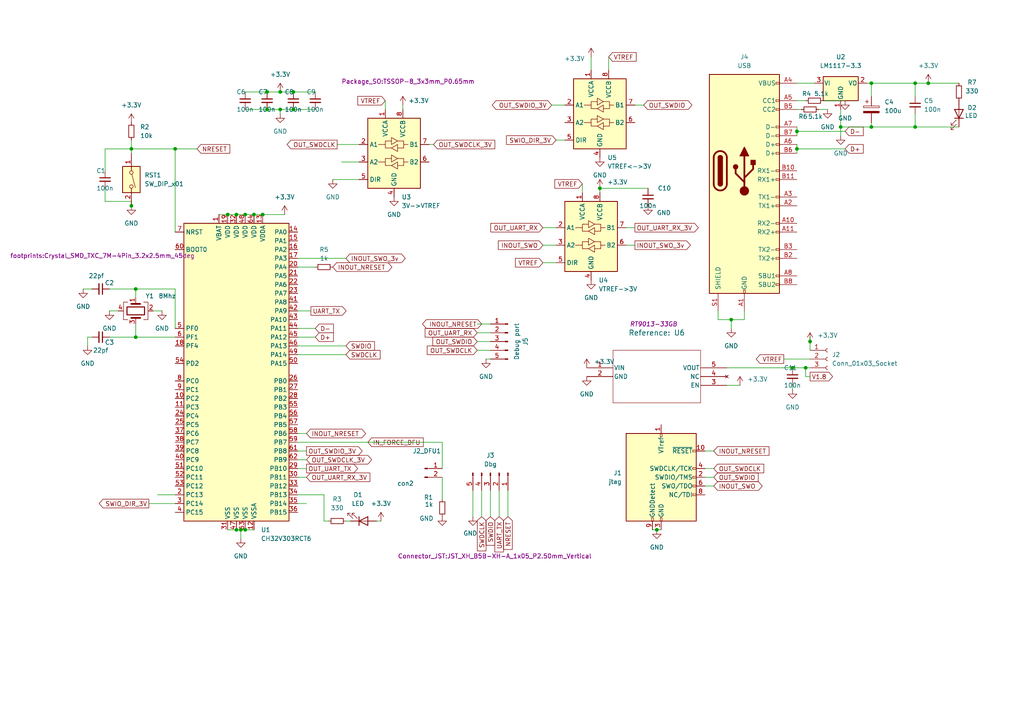
<source format=kicad_sch>
(kicad_sch (version 20231120) (generator "eeschema") (generator_version "8.0")
  (paper "A4")
  (title_block (title "Swindle CH32V303") (rev "G"))
  (lib_symbols
    (symbol "2024-10-20_09-04-45:RT9013-33GB" (pin_names (offset 0.254))
      (property "Reference" "U" (at 20.32 10.16 0))
      (property "Value" "RT9013-33GB" (at 20.32 7.62 0))
      (symbol "RT9013-33GB_0_1"
        (polyline (pts (xy 7.62 -10.16) (xy 33.02 -10.16)) (stroke (width 0.127)))
        (polyline (pts (xy 7.62 5.08) (xy 7.62 -10.16)) (stroke (width 0.127)))
        (polyline (pts (xy 33.02 -10.16) (xy 33.02 5.08)) (stroke (width 0.127)))
        (polyline (pts (xy 33.02 5.08) (xy 7.62 5.08)) (stroke (width 0.127)))
        (pin input line (at 0 0 0) (length 7.62) (name "VIN") (number "1"))
        (pin power_out line (at 0 -2.54 0) (length 7.62) (name "GND") (number "2"))
        (pin unspecified line (at 40.64 -5.08 180) (length 7.62) (name "EN") (number "3"))
        (pin no_connect line (at 40.64 -2.54 180) (length 7.62) (name "NC") (number "4"))
        (pin output line (at 40.64 0 180) (length 7.62) (name "VOUT") (number "5"))
      )
    )
    (symbol "Connector:Conn_01x02_Pin" (pin_names (offset 1.016) hide)
      (property "Reference" "J" (at 0 2.54 0))
      (property "Value" "Conn_01x02_Pin" (at 0 -5.08 0))
      (symbol "Conn_01x02_Pin_1_1"
        (polyline (pts (xy 1.27 -2.54) (xy 0.8636 -2.54)) (stroke (width 0.1524)))
        (polyline (pts (xy 1.27 0) (xy 0.8636 0)) (stroke (width 0.1524)))
        (rectangle (start 0.8636 -2.413) (end 0 -2.667) (stroke (width 0.1524)) (fill (type outline)))
        (rectangle (start 0.8636 0.127) (end 0 -0.127) (stroke (width 0.1524)) (fill (type outline)))
        (pin passive line (at 5.08 0 180) (length 3.81) (name "Pin_1") (number "1"))
        (pin passive line (at 5.08 -2.54 180) (length 3.81) (name "Pin_2") (number "2"))
      )
    )
    (symbol "Connector:Conn_01x03_Socket" (pin_names (offset 1.016) hide)
      (property "Reference" "J" (at 0 5.08 0))
      (property "Value" "Conn_01x03_Socket" (at 0 -5.08 0))
      (symbol "Conn_01x03_Socket_1_1"
        (arc (start 0 -2.032) (mid -0.5058 -2.54) (end 0 -3.048) (stroke (width 0.1524)))
        (polyline (pts (xy -1.27 -2.54) (xy -0.508 -2.54)) (stroke (width 0.1524)))
        (polyline (pts (xy -1.27 0) (xy -0.508 0)) (stroke (width 0.1524)))
        (polyline (pts (xy -1.27 2.54) (xy -0.508 2.54)) (stroke (width 0.1524)))
        (arc (start 0 0.508) (mid -0.5058 0) (end 0 -0.508) (stroke (width 0.1524)))
        (arc (start 0 3.048) (mid -0.5058 2.54) (end 0 2.032) (stroke (width 0.1524)))
        (pin passive line (at -5.08 2.54 0) (length 3.81) (name "Pin_1") (number "1"))
        (pin passive line (at -5.08 0 0) (length 3.81) (name "Pin_2") (number "2"))
        (pin passive line (at -5.08 -2.54 0) (length 3.81) (name "Pin_3") (number "3"))
      )
    )
    (symbol "Connector:Conn_01x05_Male" (pin_names (offset 1.016) hide)
      (property "Reference" "J" (at 0 7.62 0))
      (property "Value" "Conn_01x05_Male" (at 0 -7.62 0))
      (symbol "Conn_01x05_Male_1_1"
        (polyline (pts (xy 1.27 -5.08) (xy 0.8636 -5.08)) (stroke (width 0.1524)))
        (polyline (pts (xy 1.27 -2.54) (xy 0.8636 -2.54)) (stroke (width 0.1524)))
        (polyline (pts (xy 1.27 0) (xy 0.8636 0)) (stroke (width 0.1524)))
        (polyline (pts (xy 1.27 2.54) (xy 0.8636 2.54)) (stroke (width 0.1524)))
        (polyline (pts (xy 1.27 5.08) (xy 0.8636 5.08)) (stroke (width 0.1524)))
        (rectangle (start 0.8636 -4.953) (end 0 -5.207) (stroke (width 0.1524)) (fill (type outline)))
        (rectangle (start 0.8636 -2.413) (end 0 -2.667) (stroke (width 0.1524)) (fill (type outline)))
        (rectangle (start 0.8636 0.127) (end 0 -0.127) (stroke (width 0.1524)) (fill (type outline)))
        (rectangle (start 0.8636 2.667) (end 0 2.413) (stroke (width 0.1524)) (fill (type outline)))
        (rectangle (start 0.8636 5.207) (end 0 4.953) (stroke (width 0.1524)) (fill (type outline)))
        (pin passive line (at 5.08 5.08 180) (length 3.81) (name "Pin_1") (number "1"))
        (pin passive line (at 5.08 2.54 180) (length 3.81) (name "Pin_2") (number "2"))
        (pin passive line (at 5.08 0 180) (length 3.81) (name "Pin_3") (number "3"))
        (pin passive line (at 5.08 -2.54 180) (length 3.81) (name "Pin_4") (number "4"))
        (pin passive line (at 5.08 -5.08 180) (length 3.81) (name "Pin_5") (number "5"))
      )
    )
    (symbol "Connector:Conn_ARM_JTAG_SWD_10" (pin_names (offset 1.016))
      (property "Reference" "J" (at -2.54 16.51 0))
      (property "Value" "Conn_ARM_JTAG_SWD_10" (at -2.54 13.97 0))
      (symbol "Conn_ARM_JTAG_SWD_10_0_1"
        (rectangle (start -10.16 12.7) (end 10.16 -12.7) (stroke (width 0.254)) (fill (type background)))
        (rectangle (start -2.794 -12.7) (end -2.286 -11.684))
        (rectangle (start -0.254 -12.7) (end 0.254 -11.684))
        (rectangle (start -0.254 12.7) (end 0.254 11.684))
        (rectangle (start 9.144 2.286) (end 10.16 2.794))
        (rectangle (start 10.16 -2.794) (end 9.144 -2.286))
        (rectangle (start 10.16 -0.254) (end 9.144 0.254))
        (rectangle (start 10.16 7.874) (end 9.144 7.366))
      )
      (symbol "Conn_ARM_JTAG_SWD_10_1_1"
        (rectangle (start 9.144 -5.334) (end 10.16 -4.826))
        (pin power_in line (at 0 15.24 270) (length 2.54) (name "VTref") (number "1"))
        (pin open_collector line (at 12.7 7.62 180) (length 2.54) (name "~{RESET}") (number "10"))
        (pin bidirectional line (at 12.7 0 180) (length 2.54) (name "SWDIO/TMS") (number "2"))
        (pin power_in line (at 0 -15.24 90) (length 2.54) (name "GND") (number "3"))
        (pin output line (at 12.7 2.54 180) (length 2.54) (name "SWDCLK/TCK") (number "4"))
        (pin passive line (at 0 -15.24 90) (length 2.54) hide (name "GND") (number "5"))
        (pin input line (at 12.7 -2.54 180) (length 2.54) (name "SWO/TDO") (number "6"))
        (pin no_connect line (at -10.16 0 0) (length 2.54) hide (name "KEY") (number "7"))
        (pin output line (at 12.7 -5.08 180) (length 2.54) (name "NC/TDI") (number "8"))
        (pin passive line (at -2.54 -15.24 90) (length 2.54) (name "GNDDetect") (number "9"))
      )
    )
    (symbol "Connector:USB_C_Receptacle" (pin_names (offset 1.016))
      (property "Reference" "J" (at -10.16 29.21 0))
      (property "Value" "USB_C_Receptacle" (at 10.16 29.21 0))
      (symbol "USB_C_Receptacle_0_0"
        (rectangle (start -0.254 -35.56) (end 0.254 -34.544))
        (rectangle (start 10.16 -32.766) (end 9.144 -33.274))
        (rectangle (start 10.16 -30.226) (end 9.144 -30.734))
        (rectangle (start 10.16 -25.146) (end 9.144 -25.654))
        (rectangle (start 10.16 -22.606) (end 9.144 -23.114))
        (rectangle (start 10.16 -17.526) (end 9.144 -18.034))
        (rectangle (start 10.16 -14.986) (end 9.144 -15.494))
        (rectangle (start 10.16 -9.906) (end 9.144 -10.414))
        (rectangle (start 10.16 -7.366) (end 9.144 -7.874))
        (rectangle (start 10.16 -2.286) (end 9.144 -2.794))
        (rectangle (start 10.16 0.254) (end 9.144 -0.254))
        (rectangle (start 10.16 5.334) (end 9.144 4.826))
        (rectangle (start 10.16 7.874) (end 9.144 7.366))
        (rectangle (start 10.16 10.414) (end 9.144 9.906))
        (rectangle (start 10.16 12.954) (end 9.144 12.446))
        (rectangle (start 10.16 18.034) (end 9.144 17.526))
        (rectangle (start 10.16 20.574) (end 9.144 20.066))
        (rectangle (start 10.16 25.654) (end 9.144 25.146))
      )
      (symbol "USB_C_Receptacle_0_1"
        (rectangle (start -10.16 27.94) (end 10.16 -35.56) (stroke (width 0.254)) (fill (type background)))
        (arc (start -8.89 -3.81) (mid -6.985 -5.7067) (end -5.08 -3.81) (stroke (width 0.508)))
        (arc (start -7.62 -3.81) (mid -6.985 -4.4423) (end -6.35 -3.81) (stroke (width 0.254)))
        (arc (start -7.62 -3.81) (mid -6.985 -4.4423) (end -6.35 -3.81) (stroke (width 0.254)) (fill (type outline)))
        (rectangle (start -7.62 -3.81) (end -6.35 3.81) (stroke (width 0.254)) (fill (type outline)))
        (arc (start -6.35 3.81) (mid -6.985 4.4423) (end -7.62 3.81) (stroke (width 0.254)))
        (arc (start -6.35 3.81) (mid -6.985 4.4423) (end -7.62 3.81) (stroke (width 0.254)) (fill (type outline)))
        (arc (start -5.08 3.81) (mid -6.985 5.7067) (end -8.89 3.81) (stroke (width 0.508)))
        (polyline (pts (xy -8.89 -3.81) (xy -8.89 3.81)) (stroke (width 0.508)))
        (polyline (pts (xy -5.08 3.81) (xy -5.08 -3.81)) (stroke (width 0.508)))
      )
      (symbol "USB_C_Receptacle_1_1"
        (circle (center -2.54 1.143) (radius 0.635) (stroke (width 0.254)) (fill (type outline)))
        (circle (center 0 -5.842) (radius 1.27) (fill (type outline)))
        (polyline (pts (xy 0 -5.842) (xy 0 4.318)) (stroke (width 0.508)))
        (polyline (pts (xy 0 -3.302) (xy -2.54 -0.762) (xy -2.54 0.508)) (stroke (width 0.508)))
        (polyline (pts (xy 0 -2.032) (xy 2.54 0.508) (xy 2.54 1.778)) (stroke (width 0.508)))
        (polyline (pts (xy -1.27 4.318) (xy 0 6.858) (xy 1.27 4.318) (xy -1.27 4.318)) (stroke (width 0.254)) (fill (type outline)))
        (rectangle (start 1.905 1.778) (end 3.175 3.048) (stroke (width 0.254)) (fill (type outline)))
        (pin passive line (at 0 -40.64 90) (length 5.08) (name "GND") (number "A1"))
        (pin bidirectional line (at 15.24 -15.24 180) (length 5.08) (name "RX2-") (number "A10"))
        (pin bidirectional line (at 15.24 -17.78 180) (length 5.08) (name "RX2+") (number "A11"))
        (pin passive line (at 0 -40.64 90) (length 5.08) hide (name "GND") (number "A12"))
        (pin bidirectional line (at 15.24 -10.16 180) (length 5.08) (name "TX1+") (number "A2"))
        (pin bidirectional line (at 15.24 -7.62 180) (length 5.08) (name "TX1-") (number "A3"))
        (pin passive line (at 15.24 25.4 180) (length 5.08) (name "VBUS") (number "A4"))
        (pin bidirectional line (at 15.24 20.32 180) (length 5.08) (name "CC1") (number "A5"))
        (pin bidirectional line (at 15.24 7.62 180) (length 5.08) (name "D+") (number "A6"))
        (pin bidirectional line (at 15.24 12.7 180) (length 5.08) (name "D-") (number "A7"))
        (pin bidirectional line (at 15.24 -30.48 180) (length 5.08) (name "SBU1") (number "A8"))
        (pin passive line (at 15.24 25.4 180) (length 5.08) hide (name "VBUS") (number "A9"))
        (pin passive line (at 0 -40.64 90) (length 5.08) hide (name "GND") (number "B1"))
        (pin bidirectional line (at 15.24 0 180) (length 5.08) (name "RX1-") (number "B10"))
        (pin bidirectional line (at 15.24 -2.54 180) (length 5.08) (name "RX1+") (number "B11"))
        (pin passive line (at 0 -40.64 90) (length 5.08) hide (name "GND") (number "B12"))
        (pin bidirectional line (at 15.24 -25.4 180) (length 5.08) (name "TX2+") (number "B2"))
        (pin bidirectional line (at 15.24 -22.86 180) (length 5.08) (name "TX2-") (number "B3"))
        (pin passive line (at 15.24 25.4 180) (length 5.08) hide (name "VBUS") (number "B4"))
        (pin bidirectional line (at 15.24 17.78 180) (length 5.08) (name "CC2") (number "B5"))
        (pin bidirectional line (at 15.24 5.08 180) (length 5.08) (name "D+") (number "B6"))
        (pin bidirectional line (at 15.24 10.16 180) (length 5.08) (name "D-") (number "B7"))
        (pin bidirectional line (at 15.24 -33.02 180) (length 5.08) (name "SBU2") (number "B8"))
        (pin passive line (at 15.24 25.4 180) (length 5.08) hide (name "VBUS") (number "B9"))
        (pin passive line (at -7.62 -40.64 90) (length 5.08) (name "SHIELD") (number "S1"))
      )
    )
    (symbol "Device:C_Polarized" (pin_numbers hide) (pin_names (offset 0.254))
      (property "Reference" "C" (at 0.635 2.54 0))
      (property "Value" "C_Polarized" (at 0.635 -2.54 0))
      (symbol "C_Polarized_0_1"
        (rectangle (start -2.286 0.508) (end 2.286 1.016))
        (polyline (pts (xy -1.778 2.286) (xy -0.762 2.286)))
        (polyline (pts (xy -1.27 2.794) (xy -1.27 1.778)))
        (rectangle (start 2.286 -0.508) (end -2.286 -1.016) (fill (type outline)))
      )
      (symbol "C_Polarized_1_1"
        (pin passive line (at 0 3.81 270) (length 2.794) (name "~") (number "1"))
        (pin passive line (at 0 -3.81 90) (length 2.794) (name "~") (number "2"))
      )
    )
    (symbol "Device:C_Small" (pin_numbers hide) (pin_names (offset 0.254) hide)
      (property "Reference" "C" (at 0.254 1.778 0))
      (property "Value" "C_Small" (at 0.254 -2.032 0))
      (symbol "C_Small_0_1"
        (polyline (pts (xy -1.524 -0.508) (xy 1.524 -0.508)) (stroke (width 0.3302)))
        (polyline (pts (xy -1.524 0.508) (xy 1.524 0.508)) (stroke (width 0.3048)))
      )
      (symbol "C_Small_1_1"
        (pin passive line (at 0 2.54 270) (length 2.032) (name "~") (number "1"))
        (pin passive line (at 0 -2.54 90) (length 2.032) (name "~") (number "2"))
      )
    )
    (symbol "Device:Crystal_GND24" (pin_names (offset 1.016) hide)
      (property "Reference" "Y" (at 3.175 5.08 0))
      (property "Value" "Crystal_GND24" (at 3.175 3.175 0))
      (symbol "Crystal_GND24_0_1"
        (rectangle (start -1.143 2.54) (end 1.143 -2.54) (stroke (width 0.3048)))
        (polyline (pts (xy -2.54 0) (xy -2.032 0)))
        (polyline (pts (xy -2.032 -1.27) (xy -2.032 1.27)) (stroke (width 0.508)))
        (polyline (pts (xy 0 -3.81) (xy 0 -3.556)))
        (polyline (pts (xy 0 3.556) (xy 0 3.81)))
        (polyline (pts (xy 2.032 -1.27) (xy 2.032 1.27)) (stroke (width 0.508)))
        (polyline (pts (xy 2.032 0) (xy 2.54 0)))
        (polyline (pts (xy -2.54 -2.286) (xy -2.54 -3.556) (xy 2.54 -3.556) (xy 2.54 -2.286)))
        (polyline (pts (xy -2.54 2.286) (xy -2.54 3.556) (xy 2.54 3.556) (xy 2.54 2.286)))
      )
      (symbol "Crystal_GND24_1_1"
        (pin passive line (at -3.81 0 0) (length 1.27) (name "1") (number "1"))
        (pin passive line (at 0 5.08 270) (length 1.27) (name "2") (number "2"))
        (pin passive line (at 3.81 0 180) (length 1.27) (name "3") (number "3"))
        (pin passive line (at 0 -5.08 90) (length 1.27) (name "4") (number "4"))
      )
    )
    (symbol "Device:LED" (pin_numbers hide) (pin_names (offset 1.016) hide)
      (property "Reference" "D" (at 0 2.54 0))
      (property "Value" "LED" (at 0 -2.54 0))
      (symbol "LED_0_1"
        (polyline (pts (xy -1.27 -1.27) (xy -1.27 1.27)) (stroke (width 0.254)))
        (polyline (pts (xy -1.27 0) (xy 1.27 0)))
        (polyline (pts (xy 1.27 -1.27) (xy 1.27 1.27) (xy -1.27 0) (xy 1.27 -1.27)) (stroke (width 0.254)))
        (polyline (pts (xy -3.048 -0.762) (xy -4.572 -2.286) (xy -3.81 -2.286) (xy -4.572 -2.286) (xy -4.572 -1.524)))
        (polyline (pts (xy -1.778 -0.762) (xy -3.302 -2.286) (xy -2.54 -2.286) (xy -3.302 -2.286) (xy -3.302 -1.524)))
      )
      (symbol "LED_1_1"
        (pin passive line (at -3.81 0 0) (length 2.54) (name "K") (number "1"))
        (pin passive line (at 3.81 0 180) (length 2.54) (name "A") (number "2"))
      )
    )
    (symbol "Device:R_Small" (pin_numbers hide) (pin_names (offset 0.254) hide)
      (property "Reference" "R" (at 0.762 0.508 0))
      (property "Value" "R_Small" (at 0.762 -1.016 0))
      (symbol "R_Small_0_1"
        (rectangle (start -0.762 1.778) (end 0.762 -1.778) (stroke (width 0.2032)))
      )
      (symbol "R_Small_1_1"
        (pin passive line (at 0 2.54 270) (length 0.762) (name "~") (number "1"))
        (pin passive line (at 0 -2.54 90) (length 0.762) (name "~") (number "2"))
      )
    )
    (symbol "Logic_LevelTranslator:SN74LVC2T45DCUR"
      (property "Reference" "U" (at -6.35 11.43 0))
      (property "Value" "SN74LVC2T45DCUR" (at 3.81 11.43 0))
      (symbol "SN74LVC2T45DCUR_0_1"
        (rectangle (start -7.62 10.16) (end 7.62 -10.16) (stroke (width 0.254)) (fill (type background)))
        (polyline (pts (xy -2.54 2.54) (xy -2.54 3.556) (xy -0.762 3.556)))
        (polyline (pts (xy 2.794 2.54) (xy 2.794 1.524) (xy 1.016 1.524)))
        (polyline (pts (xy -0.762 1.524) (xy -2.54 1.524) (xy -2.54 2.54) (xy -4.572 2.54)))
        (polyline (pts (xy -0.762 2.54) (xy -0.762 4.572) (xy 1.016 3.556) (xy -0.762 2.54)))
        (polyline (pts (xy 1.016 3.556) (xy 2.794 3.556) (xy 2.794 2.54) (xy 4.064 2.54)))
        (polyline (pts (xy 1.016 2.54) (xy 1.016 0.762) (xy 1.016 0.508) (xy -0.762 1.524) (xy 1.016 2.54)))
      )
      (symbol "SN74LVC2T45DCUR_1_1"
        (polyline (pts (xy -2.54 -2.54) (xy -2.54 -1.524) (xy -0.762 -1.524)))
        (polyline (pts (xy 2.794 -2.54) (xy 2.794 -3.556) (xy 1.016 -3.556)))
        (polyline (pts (xy -0.762 -3.556) (xy -2.54 -3.556) (xy -2.54 -2.54) (xy -4.572 -2.54)))
        (polyline (pts (xy -0.762 -2.54) (xy -0.762 -0.508) (xy 1.016 -1.524) (xy -0.762 -2.54)))
        (polyline (pts (xy 1.016 -1.524) (xy 2.794 -1.524) (xy 2.794 -2.54) (xy 4.064 -2.54)))
        (polyline (pts (xy 1.016 -2.54) (xy 1.016 -4.318) (xy 1.016 -4.572) (xy -0.762 -3.556) (xy 1.016 -2.54)))
        (pin power_in line (at -2.54 12.7 270) (length 2.54) (name "VCCA") (number "1"))
        (pin bidirectional line (at -10.16 2.54 0) (length 2.54) (name "A1") (number "2"))
        (pin bidirectional line (at -10.16 -2.54 0) (length 2.54) (name "A2") (number "3"))
        (pin power_in line (at 0 -12.7 90) (length 2.54) (name "GND") (number "4"))
        (pin input line (at -10.16 -7.62 0) (length 2.54) (name "DIR") (number "5"))
        (pin bidirectional line (at 10.16 -2.54 180) (length 2.54) (name "B2") (number "6"))
        (pin bidirectional line (at 10.16 2.54 180) (length 2.54) (name "B1") (number "7"))
        (pin power_in line (at 2.54 12.7 270) (length 2.54) (name "VCCB") (number "8"))
      )
    )
    (symbol "MCU_ST_STM32F3:STM32F303RCTx"
      (property "Reference" "U" (at -15.24 44.45 0))
      (property "Value" "STM32F303RCTx" (at 10.16 44.45 0))
      (symbol "STM32F303RCTx_0_1"
        (rectangle (start -15.24 -43.18) (end 15.24 43.18) (stroke (width 0.254)) (fill (type background)))
      )
      (symbol "STM32F303RCTx_1_1"
        (pin power_in line (at -5.08 45.72 270) (length 2.54) (name "VBAT") (number "1"))
        (pin bidirectional line (at -17.78 -7.62 0) (length 2.54) (name "PC2") (number "10"))
        (pin bidirectional line (at -17.78 -10.16 0) (length 2.54) (name "PC3") (number "11"))
        (pin power_in line (at 5.08 -45.72 90) (length 2.54) (name "VSSA") (number "12"))
        (pin power_in line (at 7.62 45.72 270) (length 2.54) (name "VDDA") (number "13"))
        (pin bidirectional line (at 17.78 40.64 180) (length 2.54) (name "PA0") (number "14"))
        (pin bidirectional line (at 17.78 38.1 180) (length 2.54) (name "PA1") (number "15"))
        (pin bidirectional line (at 17.78 35.56 180) (length 2.54) (name "PA2") (number "16"))
        (pin bidirectional line (at 17.78 33.02 180) (length 2.54) (name "PA3") (number "17"))
        (pin bidirectional line (at -17.78 7.62 0) (length 2.54) (name "PF4") (number "18"))
        (pin power_in line (at -2.54 45.72 270) (length 2.54) (name "VDD") (number "19"))
        (pin bidirectional line (at -17.78 -35.56 0) (length 2.54) (name "PC13") (number "2"))
        (pin bidirectional line (at 17.78 30.48 180) (length 2.54) (name "PA4") (number "20"))
        (pin bidirectional line (at 17.78 27.94 180) (length 2.54) (name "PA5") (number "21"))
        (pin bidirectional line (at 17.78 25.4 180) (length 2.54) (name "PA6") (number "22"))
        (pin bidirectional line (at 17.78 22.86 180) (length 2.54) (name "PA7") (number "23"))
        (pin bidirectional line (at -17.78 -12.7 0) (length 2.54) (name "PC4") (number "24"))
        (pin bidirectional line (at -17.78 -15.24 0) (length 2.54) (name "PC5") (number "25"))
        (pin bidirectional line (at 17.78 -2.54 180) (length 2.54) (name "PB0") (number "26"))
        (pin bidirectional line (at 17.78 -5.08 180) (length 2.54) (name "PB1") (number "27"))
        (pin bidirectional line (at 17.78 -7.62 180) (length 2.54) (name "PB2") (number "28"))
        (pin bidirectional line (at 17.78 -27.94 180) (length 2.54) (name "PB10") (number "29"))
        (pin bidirectional line (at -17.78 -38.1 0) (length 2.54) (name "PC14") (number "3"))
        (pin bidirectional line (at 17.78 -30.48 180) (length 2.54) (name "PB11") (number "30"))
        (pin power_in line (at -2.54 -45.72 90) (length 2.54) (name "VSS") (number "31"))
        (pin power_in line (at 0 45.72 270) (length 2.54) (name "VDD") (number "32"))
        (pin bidirectional line (at 17.78 -33.02 180) (length 2.54) (name "PB12") (number "33"))
        (pin bidirectional line (at 17.78 -35.56 180) (length 2.54) (name "PB13") (number "34"))
        (pin bidirectional line (at 17.78 -38.1 180) (length 2.54) (name "PB14") (number "35"))
        (pin bidirectional line (at 17.78 -40.64 180) (length 2.54) (name "PB15") (number "36"))
        (pin bidirectional line (at -17.78 -17.78 0) (length 2.54) (name "PC6") (number "37"))
        (pin bidirectional line (at -17.78 -20.32 0) (length 2.54) (name "PC7") (number "38"))
        (pin bidirectional line (at -17.78 -22.86 0) (length 2.54) (name "PC8") (number "39"))
        (pin bidirectional line (at -17.78 -40.64 0) (length 2.54) (name "PC15") (number "4"))
        (pin bidirectional line (at -17.78 -25.4 0) (length 2.54) (name "PC9") (number "40"))
        (pin bidirectional line (at 17.78 20.32 180) (length 2.54) (name "PA8") (number "41"))
        (pin bidirectional line (at 17.78 17.78 180) (length 2.54) (name "PA9") (number "42"))
        (pin bidirectional line (at 17.78 15.24 180) (length 2.54) (name "PA10") (number "43"))
        (pin bidirectional line (at 17.78 12.7 180) (length 2.54) (name "PA11") (number "44"))
        (pin bidirectional line (at 17.78 10.16 180) (length 2.54) (name "PA12") (number "45"))
        (pin bidirectional line (at 17.78 7.62 180) (length 2.54) (name "PA13") (number "46"))
        (pin power_in line (at 0 -45.72 90) (length 2.54) (name "VSS") (number "47"))
        (pin power_in line (at 2.54 45.72 270) (length 2.54) (name "VDD") (number "48"))
        (pin bidirectional line (at 17.78 5.08 180) (length 2.54) (name "PA14") (number "49"))
        (pin input line (at -17.78 12.7 0) (length 2.54) (name "PF0") (number "5"))
        (pin bidirectional line (at 17.78 2.54 180) (length 2.54) (name "PA15") (number "50"))
        (pin bidirectional line (at -17.78 -27.94 0) (length 2.54) (name "PC10") (number "51"))
        (pin bidirectional line (at -17.78 -30.48 0) (length 2.54) (name "PC11") (number "52"))
        (pin bidirectional line (at -17.78 -33.02 0) (length 2.54) (name "PC12") (number "53"))
        (pin bidirectional line (at -17.78 2.54 0) (length 2.54) (name "PD2") (number "54"))
        (pin bidirectional line (at 17.78 -10.16 180) (length 2.54) (name "PB3") (number "55"))
        (pin bidirectional line (at 17.78 -12.7 180) (length 2.54) (name "PB4") (number "56"))
        (pin bidirectional line (at 17.78 -15.24 180) (length 2.54) (name "PB5") (number "57"))
        (pin bidirectional line (at 17.78 -17.78 180) (length 2.54) (name "PB6") (number "58"))
        (pin bidirectional line (at 17.78 -20.32 180) (length 2.54) (name "PB7") (number "59"))
        (pin input line (at -17.78 10.16 0) (length 2.54) (name "PF1") (number "6"))
        (pin input line (at -17.78 35.56 0) (length 2.54) (name "BOOT0") (number "60"))
        (pin bidirectional line (at 17.78 -22.86 180) (length 2.54) (name "PB8") (number "61"))
        (pin bidirectional line (at 17.78 -25.4 180) (length 2.54) (name "PB9") (number "62"))
        (pin power_in line (at 2.54 -45.72 90) (length 2.54) (name "VSS") (number "63"))
        (pin power_in line (at 5.08 45.72 270) (length 2.54) (name "VDD") (number "64"))
        (pin input line (at -17.78 40.64 0) (length 2.54) (name "NRST") (number "7"))
        (pin bidirectional line (at -17.78 -2.54 0) (length 2.54) (name "PC0") (number "8"))
        (pin bidirectional line (at -17.78 -5.08 0) (length 2.54) (name "PC1") (number "9"))
      )
    )
    (symbol "Regulator_Linear:LM1117-3.3" (pin_names (offset 0.254))
      (property "Reference" "U" (at -3.81 3.175 0))
      (property "Value" "LM1117-3.3" (at 0 3.175 0))
      (symbol "LM1117-3.3_0_1"
        (rectangle (start -5.08 -5.08) (end 5.08 1.905) (stroke (width 0.254)) (fill (type background)))
      )
      (symbol "LM1117-3.3_1_1"
        (pin power_in line (at 0 -7.62 90) (length 2.54) (name "GND") (number "1"))
        (pin power_out line (at 7.62 0 180) (length 2.54) (name "VO") (number "2"))
        (pin power_in line (at -7.62 0 0) (length 2.54) (name "VI") (number "3"))
      )
    )
    (symbol "Switch:SW_DIP_x01" (pin_names (offset 0) hide)
      (property "Reference" "SW" (at 0 3.81 0))
      (property "Value" "SW_DIP_x01" (at 0 -3.81 0))
      (symbol "SW_DIP_x01_0_0"
        (circle (center -2.032 0) (radius 0.508))
        (polyline (pts (xy -1.524 0.127) (xy 2.3622 1.1684)))
        (circle (center 2.032 0) (radius 0.508))
      )
      (symbol "SW_DIP_x01_0_1"
        (rectangle (start -3.81 2.54) (end 3.81 -2.54) (stroke (width 0.254)) (fill (type background)))
      )
      (symbol "SW_DIP_x01_1_1"
        (pin passive line (at -7.62 0 0) (length 5.08) (name "~") (number "1"))
        (pin passive line (at 7.62 0 180) (length 5.08) (name "~") (number "2"))
      )
    )
    (symbol "power:+3.3V" (power) (pin_names (offset 0))
      (property "Value" "+3.3V" (at 0 3.556 0))
      (symbol "+3.3V_0_1"
        (polyline (pts (xy -0.762 1.27) (xy 0 2.54)))
        (polyline (pts (xy 0 0) (xy 0 2.54)))
        (polyline (pts (xy 0 2.54) (xy 0.762 1.27)))
      )
      (symbol "+3.3V_1_1"
        (pin power_in line (at 0 0 90) (length 0) hide (name "+3.3V") (number "1"))
      )
    )
    (symbol "power:GND" (power) (pin_names (offset 0))
      (property "Value" "GND" (at 0 -3.81 0))
      (symbol "GND_0_1"
        (polyline (pts (xy 0 0) (xy 0 -1.27) (xy 1.27 -1.27) (xy 0 -2.54) (xy -1.27 -1.27) (xy 0 -1.27)))
      )
      (symbol "GND_1_1"
        (pin power_in line (at 0 0 270) (length 0) hide (name "GND") (number "1"))
      )
    )
  )
  (junction (at 77.47 31.75))
  (junction (at 85.09 26.67))
  (junction (at 50.8 43.18))
  (junction (at 68.58 153.67))
  (junction (at 71.12 153.67))
  (junction (at 173.99 54.61))
  (junction (at 73.66 62.23))
  (junction (at 77.47 26.67))
  (junction (at 38.1 43.18))
  (junction (at 69.85 153.67))
  (junction (at 81.28 26.67))
  (junction (at 233.68 106.68))
  (junction (at 39.37 83.82))
  (junction (at 252.73 24.13))
  (junction (at 68.58 62.23))
  (junction (at 243.84 36.83))
  (junction (at 76.2 62.23))
  (junction (at 39.37 97.79))
  (junction (at 71.12 62.23))
  (junction (at 252.73 36.83))
  (junction (at 190.5 153.67))
  (junction (at 265.43 24.13))
  (junction (at 231.14 38.1))
  (junction (at 234.95 99.06))
  (junction (at 269.24 24.13))
  (junction (at 265.43 36.83))
  (junction (at 85.09 31.75))
  (junction (at 229.87 106.68))
  (junction (at 38.1 59.69))
  (junction (at 231.14 43.18))
  (junction (at 66.04 62.23))
  (junction (at 212.09 92.71))
  (junction (at 81.28 31.75))
  (wire (pts (xy 181.61 66.04) (xy 184.15 66.04)))
  (wire (pts (xy 233.68 109.22) (xy 233.68 106.68)))
  (wire (pts (xy 77.47 31.75) (xy 81.28 31.75)))
  (wire (pts (xy 66.04 153.67) (xy 68.58 153.67)))
  (wire (pts (xy 31.75 90.17) (xy 34.29 90.17)))
  (wire (pts (xy 38.1 40.64) (xy 38.1 43.18)))
  (wire (pts (xy 243.84 36.83) (xy 252.73 36.83)))
  (wire (pts (xy 231.14 38.1) (xy 245.11 38.1)))
  (wire (pts (xy 252.73 24.13) (xy 265.43 24.13)))
  (wire (pts (xy 38.1 43.18) (xy 50.8 43.18)))
  (wire (pts (xy 265.43 27.94) (xy 265.43 24.13)))
  (wire (pts (xy 231.14 24.13) (xy 236.22 24.13)))
  (wire (pts (xy 69.85 153.67) (xy 71.12 153.67)))
  (wire (pts (xy 265.43 24.13) (xy 269.24 24.13)))
  (wire (pts (xy 265.43 33.02) (xy 265.43 36.83)))
  (wire (pts (xy 142.24 142.24) (xy 142.24 149.86)))
  (wire (pts (xy 204.47 135.89) (xy 207.01 135.89)))
  (wire (pts (xy 38.1 58.42) (xy 38.1 59.69)))
  (wire (pts (xy 157.48 76.2) (xy 161.29 76.2)))
  (wire (pts (xy 144.78 142.24) (xy 144.78 149.86)))
  (wire (pts (xy 71.12 62.23) (xy 73.66 62.23)))
  (wire (pts (xy 86.36 74.93) (xy 100.33 74.93)))
  (wire (pts (xy 212.09 92.71) (xy 215.9 92.71)))
  (wire (pts (xy 184.15 30.48) (xy 186.69 30.48)))
  (wire (pts (xy 76.2 62.23) (xy 82.55 62.23)))
  (wire (pts (xy 31.75 83.82) (xy 39.37 83.82)))
  (wire (pts (xy 30.48 49.53) (xy 30.48 43.18)))
  (wire (pts (xy 30.48 54.61) (xy 30.48 58.42)))
  (wire (pts (xy 168.91 53.34) (xy 168.91 55.88)))
  (wire (pts (xy 231.14 36.83) (xy 231.14 38.1)))
  (wire (pts (xy 140.97 104.14) (xy 142.24 104.14)))
  (wire (pts (xy 39.37 83.82) (xy 50.8 83.82)))
  (wire (pts (xy 39.37 93.98) (xy 39.37 97.79)))
  (wire (pts (xy 138.43 93.98) (xy 142.24 93.98)))
  (wire (pts (xy 229.87 111.76) (xy 229.87 113.03)))
  (wire (pts (xy 86.36 95.25) (xy 91.44 95.25)))
  (wire (pts (xy 31.75 97.79) (xy 39.37 97.79)))
  (wire (pts (xy 238.76 29.21) (xy 245.11 29.21)))
  (wire (pts (xy 109.22 151.13) (xy 110.49 151.13)))
  (wire (pts (xy 215.9 90.17) (xy 215.9 92.71)))
  (wire (pts (xy 93.98 143.51) (xy 93.98 151.13)))
  (wire (pts (xy 63.5 62.23) (xy 66.04 62.23)))
  (wire (pts (xy 243.84 36.83) (xy 243.84 39.37)))
  (wire (pts (xy 81.28 31.75) (xy 85.09 31.75)))
  (wire (pts (xy 190.5 153.67) (xy 191.77 153.67)))
  (wire (pts (xy 208.28 92.71) (xy 212.09 92.71)))
  (wire (pts (xy 231.14 43.18) (xy 231.14 44.45)))
  (wire (pts (xy 96.52 52.07) (xy 104.14 52.07)))
  (wire (pts (xy 81.28 31.75) (xy 81.28 33.02)))
  (wire (pts (xy 68.58 153.67) (xy 69.85 153.67)))
  (wire (pts (xy 229.87 106.68) (xy 233.68 106.68)))
  (wire (pts (xy 50.8 43.18) (xy 57.15 43.18)))
  (wire (pts (xy 30.48 43.18) (xy 38.1 43.18)))
  (wire (pts (xy 204.47 138.43) (xy 207.01 138.43)))
  (wire (pts (xy 100.33 151.13) (xy 101.6 151.13)))
  (wire (pts (xy 111.76 29.21) (xy 111.76 31.75)))
  (wire (pts (xy 44.45 90.17) (xy 46.99 90.17)))
  (wire (pts (xy 234.95 99.06) (xy 234.95 101.6)))
  (wire (pts (xy 86.36 125.73) (xy 88.9 125.73)))
  (wire (pts (xy 231.14 29.21) (xy 233.68 29.21)))
  (wire (pts (xy 86.36 100.33) (xy 100.33 100.33)))
  (wire (pts (xy 231.14 38.1) (xy 231.14 39.37)))
  (wire (pts (xy 243.84 31.75) (xy 243.84 36.83)))
  (wire (pts (xy 38.1 43.18) (xy 38.1 44.45)))
  (wire (pts (xy 227.33 104.14) (xy 234.95 104.14)))
  (wire (pts (xy 86.36 77.47) (xy 91.44 77.47)))
  (wire (pts (xy 128.27 128.27) (xy 128.27 135.89)))
  (wire (pts (xy 269.24 24.13) (xy 278.13 24.13)))
  (wire (pts (xy 81.28 26.67) (xy 85.09 26.67)))
  (wire (pts (xy 139.7 142.24) (xy 139.7 149.86)))
  (wire (pts (xy 30.48 58.42) (xy 38.1 58.42)))
  (wire (pts (xy 86.36 135.89) (xy 88.9 135.89)))
  (wire (pts (xy 204.47 130.81) (xy 207.01 130.81)))
  (wire (pts (xy 25.4 97.79) (xy 25.4 100.33)))
  (wire (pts (xy 234.95 109.22) (xy 233.68 109.22)))
  (wire (pts (xy 25.4 97.79) (xy 26.67 97.79)))
  (wire (pts (xy 212.09 92.71) (xy 212.09 95.25)))
  (wire (pts (xy 157.48 71.12) (xy 161.29 71.12)))
  (wire (pts (xy 181.61 71.12) (xy 184.15 71.12)))
  (wire (pts (xy 171.45 16.51) (xy 171.45 20.32)))
  (wire (pts (xy 86.36 138.43) (xy 88.9 138.43)))
  (wire (pts (xy 71.12 31.75) (xy 77.47 31.75)))
  (wire (pts (xy 176.53 16.51) (xy 176.53 20.32)))
  (wire (pts (xy 69.85 153.67) (xy 69.85 156.21)))
  (wire (pts (xy 231.14 43.18) (xy 245.11 43.18)))
  (wire (pts (xy 157.48 66.04) (xy 161.29 66.04)))
  (wire (pts (xy 73.66 62.23) (xy 76.2 62.23)))
  (wire (pts (xy 208.28 90.17) (xy 208.28 92.71)))
  (wire (pts (xy 138.43 96.52) (xy 142.24 96.52)))
  (wire (pts (xy 147.32 142.24) (xy 147.32 149.86)))
  (wire (pts (xy 68.58 62.23) (xy 71.12 62.23)))
  (wire (pts (xy 116.84 30.48) (xy 116.84 31.75)))
  (wire (pts (xy 97.79 41.91) (xy 104.14 41.91)))
  (wire (pts (xy 39.37 83.82) (xy 39.37 86.36)))
  (wire (pts (xy 86.36 143.51) (xy 93.98 143.51)))
  (wire (pts (xy 50.8 43.18) (xy 50.8 67.31)))
  (wire (pts (xy 265.43 36.83) (xy 278.13 36.83)))
  (wire (pts (xy 93.98 151.13) (xy 95.25 151.13)))
  (wire (pts (xy 138.43 101.6) (xy 142.24 101.6)))
  (wire (pts (xy 86.36 90.17) (xy 90.17 90.17)))
  (wire (pts (xy 233.68 106.68) (xy 234.95 106.68)))
  (wire (pts (xy 173.99 54.61) (xy 187.96 54.61)))
  (wire (pts (xy 231.14 41.91) (xy 231.14 43.18)))
  (wire (pts (xy 137.16 142.24) (xy 137.16 149.86)))
  (wire (pts (xy 86.36 97.79) (xy 91.44 97.79)))
  (wire (pts (xy 85.09 31.75) (xy 91.44 31.75)))
  (wire (pts (xy 71.12 153.67) (xy 73.66 153.67)))
  (wire (pts (xy 124.46 41.91) (xy 125.73 41.91)))
  (wire (pts (xy 210.82 111.76) (xy 214.63 111.76)))
  (wire (pts (xy 85.09 26.67) (xy 91.44 26.67)))
  (wire (pts (xy 45.72 143.51) (xy 50.8 143.51)))
  (wire (pts (xy 86.36 102.87) (xy 100.33 102.87)))
  (wire (pts (xy 173.99 54.61) (xy 173.99 55.88)))
  (wire (pts (xy 128.27 138.43) (xy 128.27 144.78)))
  (wire (pts (xy 86.36 128.27) (xy 128.27 128.27)))
  (wire (pts (xy 210.82 106.68) (xy 229.87 106.68)))
  (wire (pts (xy 161.29 40.64) (xy 163.83 40.64)))
  (wire (pts (xy 251.46 24.13) (xy 252.73 24.13)))
  (wire (pts (xy 77.47 26.67) (xy 81.28 26.67)))
  (wire (pts (xy 50.8 95.25) (xy 50.8 83.82)))
  (wire (pts (xy 86.36 133.35) (xy 88.9 133.35)))
  (wire (pts (xy 66.04 62.23) (xy 68.58 62.23)))
  (wire (pts (xy 39.37 97.79) (xy 50.8 97.79)))
  (wire (pts (xy 24.13 83.82) (xy 26.67 83.82)))
  (wire (pts (xy 43.18 146.05) (xy 50.8 146.05)))
  (wire (pts (xy 138.43 99.06) (xy 142.24 99.06)))
  (wire (pts (xy 252.73 36.83) (xy 265.43 36.83)))
  (wire (pts (xy 160.02 30.48) (xy 163.83 30.48)))
  (wire (pts (xy 234.95 97.79) (xy 234.95 99.06)))
  (wire (pts (xy 86.36 130.81) (xy 88.9 130.81)))
  (wire (pts (xy 71.12 26.67) (xy 77.47 26.67)))
  (wire (pts (xy 99.06 46.99) (xy 104.14 46.99)))
  (wire (pts (xy 189.23 153.67) (xy 190.5 153.67)))
  (wire (pts (xy 237.49 31.75) (xy 240.03 31.75)))
  (wire (pts (xy 204.47 140.97) (xy 207.01 140.97)))
  (wire (pts (xy 231.14 31.75) (xy 232.41 31.75)))
  (wire (pts (xy 252.73 27.94) (xy 252.73 24.13)))
  (wire (pts (xy 86.36 146.05) (xy 88.9 146.05)))
  (wire (pts (xy 252.73 35.56) (xy 252.73 36.83)))
  (global_label "SWIO_DIR_3V" (shape output) (at 43.18 146.05 180) (property "Intersheetrefs" "${INTERSHEET_REFS}" (effects (hide yes))))
  (global_label "SWDCLK" (shape input) (at 100.33 102.87 0) (property "Intersheetrefs" "${INTERSHEET_REFS}" (effects (hide yes))))
  (global_label "INOUT_SWO" (shape bidirectional) (at 207.01 140.97 0) (property "Intersheetrefs" "${INTERSHEET_REFS}" (effects (hide yes))))
  (global_label "VTREF" (shape input) (at 111.76 29.21 180) (property "Intersheetrefs" "${INTERSHEET_REFS}" (effects (hide yes))))
  (global_label "INOUT_SWO_3v" (shape output) (at 184.15 71.12 0) (property "Intersheetrefs" "${INTERSHEET_REFS}" (effects (hide yes))))
  (global_label "OUT_UART_RX_3V" (shape output) (at 184.15 66.04 0) (property "Intersheetrefs" "${INTERSHEET_REFS}" (effects (hide yes))))
  (global_label "V1.8" (shape output) (at 234.95 109.22 0) (property "Intersheetrefs" "${INTERSHEET_REFS}" (effects (hide yes))))
  (global_label "OUT_SWDIO" (shape input) (at 207.01 138.43 0) (property "Intersheetrefs" "${INTERSHEET_REFS}" (effects (hide yes))))
  (global_label "D-" (shape input) (at 91.44 95.25 0) (property "Intersheetrefs" "${INTERSHEET_REFS}" (effects (hide yes))))
  (global_label "OUT_SWDIO" (shape input) (at 138.43 99.06 180) (property "Intersheetrefs" "${INTERSHEET_REFS}" (effects (hide yes))))
  (global_label "INOUT_NRESET" (shape input) (at 207.01 130.81 0) (property "Intersheetrefs" "${INTERSHEET_REFS}" (effects (hide yes))))
  (global_label "OUT_UART_RX" (shape input) (at 138.43 96.52 180) (property "Intersheetrefs" "${INTERSHEET_REFS}" (effects (hide yes))))
  (global_label "INOUT_SWO_3v" (shape bidirectional) (at 100.33 74.93 0) (property "Intersheetrefs" "${INTERSHEET_REFS}" (effects (hide yes))))
  (global_label "OUT_UART_RX_3V" (shape input) (at 88.9 138.43 0) (property "Intersheetrefs" "${INTERSHEET_REFS}" (effects (hide yes))))
  (global_label "VTREF" (shape input) (at 157.48 76.2 180) (property "Intersheetrefs" "${INTERSHEET_REFS}" (effects (hide yes))))
  (global_label "OUT_UART_RX" (shape input) (at 157.48 66.04 180) (property "Intersheetrefs" "${INTERSHEET_REFS}" (effects (hide yes))))
  (global_label "OUT_UART_TX" (shape output) (at 88.9 135.89 0) (property "Intersheetrefs" "${INTERSHEET_REFS}" (effects (hide yes))))
  (global_label "UART_TX" (shape output) (at 90.17 90.17 0) (property "Intersheetrefs" "${INTERSHEET_REFS}" (effects (hide yes))))
  (global_label "OUT_SWDCLK_3V" (shape bidirectional) (at 88.9 133.35 0) (property "Intersheetrefs" "${INTERSHEET_REFS}" (effects (hide yes))))
  (global_label "OUT_SWDCLK" (shape input) (at 138.43 101.6 180) (property "Intersheetrefs" "${INTERSHEET_REFS}" (effects (hide yes))))
  (global_label "UART_TX" (shape input) (at 144.78 149.86 270) (property "Intersheetrefs" "${INTERSHEET_REFS}" (effects (hide yes))))
  (global_label "D+" (shape input) (at 91.44 97.79 0) (property "Intersheetrefs" "${INTERSHEET_REFS}" (effects (hide yes))))
  (global_label "SWDCLK" (shape input) (at 139.7 149.86 270) (property "Intersheetrefs" "${INTERSHEET_REFS}" (effects (hide yes))))
  (global_label "SWDIO" (shape input) (at 142.24 149.86 270) (property "Intersheetrefs" "${INTERSHEET_REFS}" (effects (hide yes))))
  (global_label "OUT_SWDCLK" (shape input) (at 207.01 135.89 0) (property "Intersheetrefs" "${INTERSHEET_REFS}" (effects (hide yes))))
  (global_label "INOUT_SWO" (shape input) (at 157.48 71.12 180) (property "Intersheetrefs" "${INTERSHEET_REFS}" (effects (hide yes))))
  (global_label "INOUT_NRESET" (shape bidirectional) (at 88.9 125.73 0) (property "Intersheetrefs" "${INTERSHEET_REFS}" (effects (hide yes))))
  (global_label "OUT_SWDIO_3V" (shape output) (at 88.9 130.81 0) (property "Intersheetrefs" "${INTERSHEET_REFS}" (effects (hide yes))))
  (global_label "SWIO_DIR_3V" (shape input) (at 161.29 40.64 180) (property "Intersheetrefs" "${INTERSHEET_REFS}" (effects (hide yes))))
  (global_label "IN_FORCE_DFU" (shape input) (at 106.68 128.27 0) (property "Intersheetrefs" "${INTERSHEET_REFS}" (effects (hide yes))))
  (global_label "SWDIO" (shape input) (at 100.33 100.33 0) (property "Intersheetrefs" "${INTERSHEET_REFS}" (effects (hide yes))))
  (global_label "D+" (shape input) (at 245.11 43.18 0) (property "Intersheetrefs" "${INTERSHEET_REFS}" (effects (hide yes))))
  (global_label "VTREF" (shape input) (at 176.53 16.51 0) (property "Intersheetrefs" "${INTERSHEET_REFS}" (effects (hide yes))))
  (global_label "INOUT_NRESET" (shape bidirectional) (at 139.7 93.98 180) (property "Intersheetrefs" "${INTERSHEET_REFS}" (effects (hide yes))))
  (global_label "D-" (shape input) (at 245.11 38.1 0) (property "Intersheetrefs" "${INTERSHEET_REFS}" (effects (hide yes))))
  (global_label "OUT_SWDCLK_3V" (shape input) (at 125.73 41.91 0) (property "Intersheetrefs" "${INTERSHEET_REFS}" (effects (hide yes))))
  (global_label "VTREF" (shape input) (at 168.91 53.34 180) (property "Intersheetrefs" "${INTERSHEET_REFS}" (effects (hide yes))))
  (global_label "NRESET" (shape input) (at 147.32 149.86 270) (property "Intersheetrefs" "${INTERSHEET_REFS}" (effects (hide yes))))
  (global_label "VTREF" (shape output) (at 227.33 104.14 180) (property "Intersheetrefs" "${INTERSHEET_REFS}" (effects (hide yes))))
  (global_label "OUT_SWDCLK" (shape output) (at 97.79 41.91 180) (property "Intersheetrefs" "${INTERSHEET_REFS}" (effects (hide yes))))
  (global_label "OUT_SWDIO" (shape bidirectional) (at 186.69 30.48 0) (property "Intersheetrefs" "${INTERSHEET_REFS}" (effects (hide yes))))
  (global_label "NRESET" (shape input) (at 57.15 43.18 0) (property "Intersheetrefs" "${INTERSHEET_REFS}" (effects (hide yes))))
  (global_label "INOUT_NRESET" (shape bidirectional) (at 96.52 77.47 0) (property "Intersheetrefs" "${INTERSHEET_REFS}" (effects (hide yes))))
  (global_label "OUT_SWDIO_3V" (shape bidirectional) (at 160.02 30.48 180) (property "Intersheetrefs" "${INTERSHEET_REFS}" (effects (hide yes))))
  (symbol (lib_id "Connector:Conn_01x05_Male") (at 147.32 99.06 0) (mirror y) (unit 1)
    (property "Reference" "J5" (at 152.4 99.06 90))
    (property "Value" "Debug port" (at 149.86 99.06 90))
    (property "Footprint" "Connector_JST:JST_XH_B5B-XH-A_1x05_P2.50mm_Vertical" (effects (hide yes)))
  )
  (symbol (lib_id "Device:C_Small") (at 85.09 29.21 0) (unit 1)
    (property "Reference" "C8" (at 82.55 26.67 0) (effects (justify left)))
    (property "Value" "100n" (at 82.55 31.75 0) (effects (justify left)))
    (property "Footprint" "Resistor_SMD:R_0603_1608Metric" (effects (hide yes)))
  )
  (symbol (lib_id "Device:C_Small") (at 29.21 97.79 270) (unit 1)
    (property "Reference" "C3" (at 31.75 99.314 90))
    (property "Value" "22pf" (at 29.21 101.6 90))
    (property "Footprint" "Resistor_SMD:R_0603_1608Metric" (effects (hide yes)))
  )
  (symbol (lib_id "power:GND") (at 212.09 95.25 0) (unit 1)
    (property "Reference" "#PWR013" (effects (hide yes)))
    (property "Value" "GND" (at 212.09 100.33 0))
  )
  (symbol (lib_id "Connector:Conn_01x03_Socket") (at 240.03 104.14 0) (unit 1)
    (property "Reference" "J2" (at 241.3 102.8699 0) (effects (justify left)))
    (property "Value" "Conn_01x03_Socket" (at 241.3 105.4099 0) (effects (justify left)))
    (property "Footprint" "Connector_PinHeader_1.27mm:PinHeader_1x03_P1.27mm_Vertical" (effects (hide yes)))
    (property "Description" "Generic connector, single row, 01x03, script generated" (effects (hide yes)))
  )
  (symbol (lib_id "Logic_LevelTranslator:SN74LVC2T45DCUR") (at 173.99 33.02 0) (unit 1)
    (property "Reference" "U5" (at 176.1841 45.72 0) (effects (justify left)))
    (property "Value" "VTREF<->3V" (at 176.1841 48.26 0) (effects (justify left)))
    (property "Footprint" "Package_SO:TSSOP-8_3x3mm_P0.65mm" (effects (hide yes)))
    (property "Datasheet" "http://www.ti.com/lit/ds/symlink/sn74lvc2t45.pdf" (effects (hide yes)))
    (property "Description" "Dual-Bit Dual-Supply Bus Transceiver With Configurable Voltage Translation and 3-State Outputs, VSSOP-8" (effects (hide yes)))
  )
  (symbol (lib_id "power:GND") (at 190.5 153.67 0) (unit 1)
    (property "Reference" "#PWR010" (effects (hide yes)))
    (property "Value" "GND" (at 190.5 158.75 0))
  )
  (symbol (lib_id "Switch:SW_DIP_x01") (at 38.1 52.07 270) (unit 1)
    (property "Reference" "RST1" (at 41.91 50.8 90) (effects (justify left)))
    (property "Value" "SW_DIP_x01" (at 41.91 53.34 90) (effects (justify left)))
    (property "Footprint" "Button_Switch_SMD:SW_SPST_CK_RS282G05A3" (effects (hide yes)))
  )
  (symbol (lib_id "Logic_LevelTranslator:SN74LVC2T45DCUR") (at 114.3 44.45 0) (unit 1)
    (property "Reference" "U3" (at 116.4941 57.15 0) (effects (justify left)))
    (property "Value" "3V->VTREF" (at 116.4941 59.69 0) (effects (justify left)))
    (property "Footprint" "Package_SO:TSSOP-8_3x3mm_P0.65mm" (at 118.364 23.622 0))
    (property "Datasheet" "http://www.ti.com/lit/ds/symlink/sn74lvc2t45.pdf" (effects (hide yes)))
    (property "Description" "Dual-Bit Dual-Supply Bus Transceiver With Configurable Voltage Translation and 3-State Outputs, VSSOP-8" (effects (hide yes)))
  )
  (symbol (lib_id "2024-10-20_09-04-45:RT9013-33GB") (at 170.18 106.68 0) (unit 1)
    (property "Reference" "U6" (at 190.5 96.52 0) (show_name yes) (effects (font (size 1.524 1.524))))
    (property "Value" "RT9013-33GB" (effects (hide yes)))
    (property "Footprint" "PCM_Package_TO_SOT_SMD_AKL:TSOT-23-5" (effects (hide yes)))
    (property "Datasheet" "RT9013-33GB" (at 189.484 93.98 0) (effects (font (italic yes))))
  )
  (symbol (lib_id "Device:R_Small") (at 128.27 147.32 0) (unit 1)
    (property "Reference" "R1" (at 122.936 144.272 0) (effects (justify left)))
    (property "Value" "1k" (at 123.19 146.304 0) (effects (justify left)))
    (property "Footprint" "Resistor_SMD:R_0603_1608Metric" (effects (hide yes)))
  )
  (symbol (lib_id "power:GND") (at 240.03 31.75 0) (unit 1)
    (property "Reference" "#PWR019" (effects (hide yes)))
    (property "Value" "GND" (at 240.03 36.83 0))
  )
  (symbol (lib_id "power:GND") (at 229.87 113.03 0) (unit 1)
    (property "Reference" "#PWR032" (effects (hide yes)))
    (property "Value" "GND" (at 229.87 118.11 0))
  )
  (symbol (lib_id "power:GND") (at 173.99 45.72 0) (unit 1)
    (property "Reference" "#PWR026" (effects (hide yes)))
    (property "Value" "GND" (at 173.99 50.8 0))
  )
  (symbol (lib_id "power:GND") (at 243.84 39.37 0) (unit 1)
    (property "Reference" "#PWR014" (effects (hide yes)))
    (property "Value" "GND" (at 243.84 44.45 0))
  )
  (symbol (lib_id "Device:C_Small") (at 91.44 29.21 0) (unit 1)
    (property "Reference" "C9" (at 88.9 26.67 0) (effects (justify left)))
    (property "Value" "100n" (at 88.9 31.75 0) (effects (justify left)))
    (property "Footprint" "Resistor_SMD:R_0603_1608Metric" (effects (hide yes)))
  )
  (symbol (lib_id "power:GND") (at 96.52 52.07 0) (unit 1)
    (property "Reference" "#PWR028" (effects (hide yes)))
    (property "Value" "GND" (at 96.52 57.15 0))
  )
  (symbol (lib_id "Device:C_Small") (at 265.43 30.48 0) (unit 1)
    (property "Reference" "C5" (at 267.97 29.2162 0) (effects (justify left)))
    (property "Value" "100n" (at 267.97 31.7562 0) (effects (justify left)))
    (property "Footprint" "Resistor_SMD:R_0603_1608Metric" (effects (hide yes)))
  )
  (symbol (lib_id "Device:C_Small") (at 187.96 57.15 0) (unit 1)
    (property "Reference" "C10" (at 190.754 54.61 0) (effects (justify left)))
    (property "Value" "100n" (at 185.42 59.69 0) (effects (justify left)))
    (property "Footprint" "Resistor_SMD:R_0603_1608Metric" (effects (hide yes)))
  )
  (symbol (lib_id "Device:LED") (at 105.41 151.13 0) (mirror x) (unit 1)
    (property "Reference" "D1" (at 103.8225 143.51 0))
    (property "Value" "LED" (at 103.8225 146.05 0))
    (property "Footprint" "Diode_SMD:D_0805_2012Metric" (effects (hide yes)))
  )
  (symbol (lib_id "power:+3.3V") (at 269.24 24.13 0) (unit 1)
    (property "Reference" "#PWR015" (effects (hide yes)))
    (property "Value" "+3.3V" (at 269.24 19.05 0))
  )
  (symbol (lib_id "power:GND") (at 170.18 109.22 0) (unit 1)
    (property "Reference" "#PWR030" (effects (hide yes)))
    (property "Value" "GND" (at 170.18 114.3 0))
  )
  (symbol (lib_id "power:GND") (at 187.96 59.69 0) (unit 1)
    (property "Reference" "#PWR027" (effects (hide yes)))
    (property "Value" "GND" (at 192.532 61.722 0))
  )
  (symbol (lib_id "Regulator_Linear:LM1117-3.3") (at 243.84 24.13 0) (unit 1)
    (property "Reference" "U2" (at 243.84 16.51 0))
    (property "Value" "LM1117-3.3" (at 243.84 19.05 0))
    (property "Footprint" "Package_TO_SOT_SMD:SOT-223" (effects (hide yes)))
    (property "Datasheet" "http://www.ti.com/lit/ds/symlink/lm1117.pdf" (effects (hide yes)))
  )
  (symbol (lib_id "Logic_LevelTranslator:SN74LVC2T45DCUR") (at 171.45 68.58 0) (unit 1)
    (property "Reference" "U4" (at 173.6441 81.28 0) (effects (justify left)))
    (property "Value" "VTREF->3V" (at 173.6441 83.82 0) (effects (justify left)))
    (property "Footprint" "Package_SO:TSSOP-8_3x3mm_P0.65mm" (effects (hide yes)))
    (property "Datasheet" "http://www.ti.com/lit/ds/symlink/sn74lvc2t45.pdf" (effects (hide yes)))
    (property "Description" "Dual-Bit Dual-Supply Bus Transceiver With Configurable Voltage Translation and 3-State Outputs, VSSOP-8" (effects (hide yes)))
  )
  (symbol (lib_id "Device:C_Polarized") (at 252.73 31.75 0) (unit 1)
    (property "Reference" "C4" (at 256.54 29.5909 0) (effects (justify left)))
    (property "Value" "100u" (at 256.54 32.1309 0) (effects (justify left)))
    (property "Footprint" "Capacitor_SMD:C_1206_3216Metric_Pad1.33x1.80mm_HandSolder" (effects (hide yes)))
  )
  (symbol (lib_id "Device:C_Small") (at 77.47 29.21 0) (unit 1)
    (property "Reference" "C7" (at 74.93 26.67 0) (effects (justify left)))
    (property "Value" "100n" (at 74.93 31.75 0) (effects (justify left)))
    (property "Footprint" "Resistor_SMD:R_0603_1608Metric" (effects (hide yes)))
  )
  (symbol (lib_id "Device:LED") (at 278.13 33.02 270) (mirror x) (unit 1)
    (property "Reference" "D2" (at 281.94 31.242 90))
    (property "Value" "LED" (at 281.686 33.528 90))
    (property "Footprint" "Diode_SMD:D_0805_2012Metric" (effects (hide yes)))
  )
  (symbol (lib_id "power:+3.3V") (at 81.28 26.67 0) (unit 1)
    (property "Reference" "#PWR016" (effects (hide yes)))
    (property "Value" "+3.3V" (at 81.28 21.59 0))
  )
  (symbol (lib_id "power:GND") (at 46.99 90.17 0) (unit 1)
    (property "Reference" "#PWR01" (effects (hide yes)))
    (property "Value" "GND" (at 46.99 95.25 0))
  )
  (symbol (lib_id "power:+3.3V") (at 110.49 151.13 0) (mirror y) (unit 1)
    (property "Reference" "#PWR02" (effects (hide yes)))
    (property "Value" "+3.3V" (at 110.49 146.05 0))
  )
  (symbol (lib_id "power:+3.3V") (at 214.63 111.76 0) (unit 1)
    (property "Reference" "#PWR031" (effects (hide yes)))
    (property "Value" "+3.3V" (at 219.71 109.982 0))
  )
  (symbol (lib_id "Device:R_Small") (at 38.1 38.1 0) (unit 1)
    (property "Reference" "R2" (at 40.64 36.8299 0) (effects (justify left)))
    (property "Value" "10k" (at 40.64 39.3699 0) (effects (justify left)))
    (property "Footprint" "Resistor_SMD:R_0603_1608Metric" (effects (hide yes)))
  )
  (symbol (lib_id "power:GND") (at 245.11 29.21 0) (unit 1)
    (property "Reference" "#PWR09" (effects (hide yes)))
    (property "Value" "GND" (at 245.11 34.29 0))
  )
  (symbol (lib_id "Device:C_Small") (at 229.87 109.22 0) (unit 1)
    (property "Reference" "C11" (at 227.33 106.68 0) (effects (justify left)))
    (property "Value" "100n" (at 227.33 111.76 0) (effects (justify left)))
    (property "Footprint" "Resistor_SMD:R_0603_1608Metric" (effects (hide yes)))
  )
  (symbol (lib_id "MCU_ST_STM32F3:STM32F303RCTx") (at 68.58 107.95 0) (unit 1)
    (property "Reference" "U1" (at 75.6794 153.67 0) (effects (justify left)))
    (property "Value" "CH32V303RCT6" (at 75.6794 156.21 0) (effects (justify left)))
    (property "Footprint" "Package_QFP:LQFP-64_10x10mm_P0.5mm" (effects (hide yes)))
    (property "Datasheet" "http://www.st.com/st-web-ui/static/active/en/resource/technical/document/datasheet/DM00058181.pdf" (effects (hide yes)))
  )
  (symbol (lib_id "power:GND") (at 69.85 156.21 0) (unit 1)
    (property "Reference" "#PWR07" (effects (hide yes)))
    (property "Value" "GND" (at 69.85 161.29 0))
  )
  (symbol (lib_id "Connector:Conn_ARM_JTAG_SWD_10") (at 191.77 138.43 0) (unit 1)
    (property "Reference" "J1" (at 180.34 137.1599 0) (effects (justify right)))
    (property "Value" "jtag" (at 180.34 139.6999 0) (effects (justify right)))
    (property "Footprint" "Connector_PinHeader_1.27mm:PinHeader_2x05_P1.27mm_Vertical_SMD" (effects (hide yes)))
    (property "Datasheet" "http://infocenter.arm.com/help/topic/com.arm.doc.ddi0314h/DDI0314H_coresight_components_trm.pdf" (effects (hide yes)))
    (property "Description" "Cortex Debug Connector, standard ARM Cortex-M SWD and JTAG interface" (effects (hide yes)))
  )
  (symbol (lib_id "power:+3.3V") (at 116.84 30.48 0) (unit 1)
    (property "Reference" "#PWR021" (effects (hide yes)))
    (property "Value" "+3.3V" (at 121.412 29.21 0))
  )
  (symbol (lib_id "Device:C_Small") (at 71.12 29.21 0) (unit 1)
    (property "Reference" "C6" (at 68.58 26.67 0) (effects (justify left)))
    (property "Value" "100n" (at 68.58 31.75 0) (effects (justify left)))
    (property "Footprint" "Resistor_SMD:R_0603_1608Metric" (effects (hide yes)))
  )
  (symbol (lib_id "Connector:Conn_01x05_Male") (at 142.24 137.16 270) (unit 1)
    (property "Reference" "J3" (at 142.24 132.08 90))
    (property "Value" "Dbg" (at 142.24 134.62 90))
    (property "Footprint" "Connector_JST:JST_XH_B5B-XH-A_1x05_P2.50mm_Vertical" (at 143.51 161.29 90))
  )
  (symbol (lib_id "power:+3.3V") (at 173.99 54.61 0) (unit 1)
    (property "Reference" "#PWR022" (effects (hide yes)))
    (property "Value" "+3.3V" (at 179.07 52.832 0))
  )
  (symbol (lib_id "power:+3.3V") (at 234.95 99.06 0) (unit 1)
    (property "Reference" "#PWR033" (effects (hide yes)))
    (property "Value" "+3.3V" (at 240.03 97.282 0))
  )
  (symbol (lib_id "power:GND") (at 114.3 57.15 0) (unit 1)
    (property "Reference" "#PWR023" (effects (hide yes)))
    (property "Value" "GND" (at 114.3 62.23 0))
  )
  (symbol (lib_id "power:+3.3V") (at 170.18 106.68 0) (unit 1)
    (property "Reference" "#PWR029" (effects (hide yes)))
    (property "Value" "+3.3V" (at 175.26 104.902 0))
  )
  (symbol (lib_id "Device:C_Small") (at 30.48 52.07 0) (unit 1)
    (property "Reference" "C1" (at 27.94 49.53 0) (effects (justify left)))
    (property "Value" "100n" (at 27.94 54.61 0) (effects (justify left)))
    (property "Footprint" "Resistor_SMD:R_0603_1608Metric" (effects (hide yes)))
  )
  (symbol (lib_id "Connector:Conn_01x02_Pin") (at 123.19 135.89 0) (unit 1)
    (property "Reference" "J2_DFU1" (at 123.825 130.81 0))
    (property "Value" "con2" (at 117.602 140.208 0))
    (property "Footprint" "Connector_PinHeader_1.27mm:PinHeader_1x02_P1.27mm_Vertical" (effects (hide yes)))
    (property "Description" "Generic connector, single row, 01x02, script generated" (effects (hide yes)))
  )
  (symbol (lib_id "power:GND") (at 24.13 83.82 0) (unit 1)
    (property "Reference" "#PWR03" (effects (hide yes)))
    (property "Value" "GND" (at 24.13 88.9 0))
  )
  (symbol (lib_id "power:GND") (at 25.4 100.33 0) (unit 1)
    (property "Reference" "#PWR04" (effects (hide yes)))
    (property "Value" "GND" (at 25.4 105.41 0))
  )
  (symbol (lib_id "power:+3.3V") (at 171.45 16.51 0) (unit 1)
    (property "Reference" "#PWR025" (effects (hide yes)))
    (property "Value" "+3.3V" (at 166.624 17.018 0))
  )
  (symbol (lib_id "power:GND") (at 171.45 81.28 0) (unit 1)
    (property "Reference" "#PWR024" (effects (hide yes)))
    (property "Value" "GND" (at 171.45 86.36 0))
  )
  (symbol (lib_id "Connector:USB_C_Receptacle") (at 215.9 49.53 0) (unit 1)
    (property "Reference" "J4" (at 215.9 16.51 0))
    (property "Value" "USB" (at 215.9 19.05 0))
    (property "Footprint" "Connector_USB:USB_C_Receptacle_Palconn_UTC16-G" (effects (hide yes)))
    (property "Datasheet" "https://www.usb.org/sites/default/files/documents/usb_type-c.zip" (effects (hide yes)))
    (property "Description" "USB Full-Featured Type-C Receptacle connector" (effects (hide yes)))
  )
  (symbol (lib_id "power:GND") (at 81.28 33.02 0) (unit 1)
    (property "Reference" "#PWR017" (effects (hide yes)))
    (property "Value" "GND" (at 81.28 38.1 0))
  )
  (symbol (lib_id "power:GND") (at 38.1 59.69 0) (unit 1)
    (property "Reference" "#PWR06" (effects (hide yes)))
    (property "Value" "GND" (at 38.1 64.77 0))
  )
  (symbol (lib_id "Device:R_Small") (at 97.79 151.13 270) (unit 1)
    (property "Reference" "R3" (at 97.79 144.78 90))
    (property "Value" "330" (at 97.79 147.32 90))
    (property "Footprint" "Resistor_SMD:R_0603_1608Metric" (effects (hide yes)))
  )
  (symbol (lib_id "power:GND") (at 31.75 90.17 0) (unit 1)
    (property "Reference" "#PWR011" (effects (hide yes)))
    (property "Value" "GND" (at 31.75 95.25 0))
  )
  (symbol (lib_id "Device:Crystal_GND24") (at 39.37 90.17 270) (unit 1)
    (property "Reference" "Y1" (at 42.164 85.852 90) (effects (justify left)))
    (property "Value" "8Mhz" (at 45.974 85.852 90) (effects (justify left)))
    (property "Footprint" "footprints:Crystal_SMD_TXC_7M-4Pin_3.2x2.5mm_45deg" (at 29.718 74.168 90))
    (property "Datasheet" "https://www.digikey.de/de/products/detail/txc-corporation/7M-12-000MAAE-T/3674337" (effects (hide yes)))
  )
  (symbol (lib_id "Device:R_Small") (at 278.13 26.67 0) (unit 1)
    (property "Reference" "R7" (at 281.94 23.876 0))
    (property "Value" "330" (at 281.94 26.416 0))
    (property "Footprint" "Resistor_SMD:R_0603_1608Metric" (effects (hide yes)))
  )
  (symbol (lib_id "power:GND") (at 128.27 149.86 0) (unit 1)
    (property "Reference" "#PWR018" (effects (hide yes)))
    (property "Value" "GND" (at 123.698 150.368 0))
  )
  (symbol (lib_id "Device:C_Small") (at 29.21 83.82 270) (unit 1)
    (property "Reference" "C2" (at 31.75 82.042 90))
    (property "Value" "22pf" (at 27.94 80.01 90))
    (property "Footprint" "Resistor_SMD:R_0603_1608Metric" (effects (hide yes)))
  )
  (symbol (lib_id "power:GND") (at 140.97 104.14 0) (unit 1)
    (property "Reference" "#PWR020" (effects (hide yes)))
    (property "Value" "GND" (at 140.97 109.22 0))
  )
  (symbol (lib_id "Device:R_Small") (at 236.22 29.21 270) (unit 1)
    (property "Reference" "R4" (at 233.934 27.178 90))
    (property "Value" "5.1k" (at 238.252 27.178 90))
    (property "Footprint" "Resistor_SMD:R_0603_1608Metric" (effects (hide yes)))
  )
  (symbol (lib_id "power:GND") (at 137.16 149.86 0) (unit 1)
    (property "Reference" "#PWR012" (effects (hide yes)))
    (property "Value" "GND" (at 136.398 154.686 0))
  )
  (symbol (lib_id "Device:R_Small") (at 93.98 77.47 270) (unit 1)
    (property "Reference" "R5" (at 93.98 72.39 90))
    (property "Value" "1k" (at 93.98 74.93 90))
    (property "Footprint" "Resistor_SMD:R_0603_1608Metric" (effects (hide yes)))
  )
  (symbol (lib_id "power:+3.3V") (at 38.1 35.56 0) (unit 1)
    (property "Reference" "#PWR05" (effects (hide yes)))
    (property "Value" "+3.3V" (at 38.1 30.48 0))
  )
  (symbol (lib_id "Device:R_Small") (at 234.95 31.75 270) (unit 1)
    (property "Reference" "R6" (at 232.918 33.782 90))
    (property "Value" "5.1k" (at 236.474 33.782 90))
    (property "Footprint" "Resistor_SMD:R_0603_1608Metric" (effects (hide yes)))
  )
  (symbol (lib_id "power:+3.3V") (at 82.55 62.23 0) (unit 1)
    (property "Reference" "#PWR08" (effects (hide yes)))
    (property "Value" "+3.3V" (at 82.55 57.15 0))
  )
)
</source>
